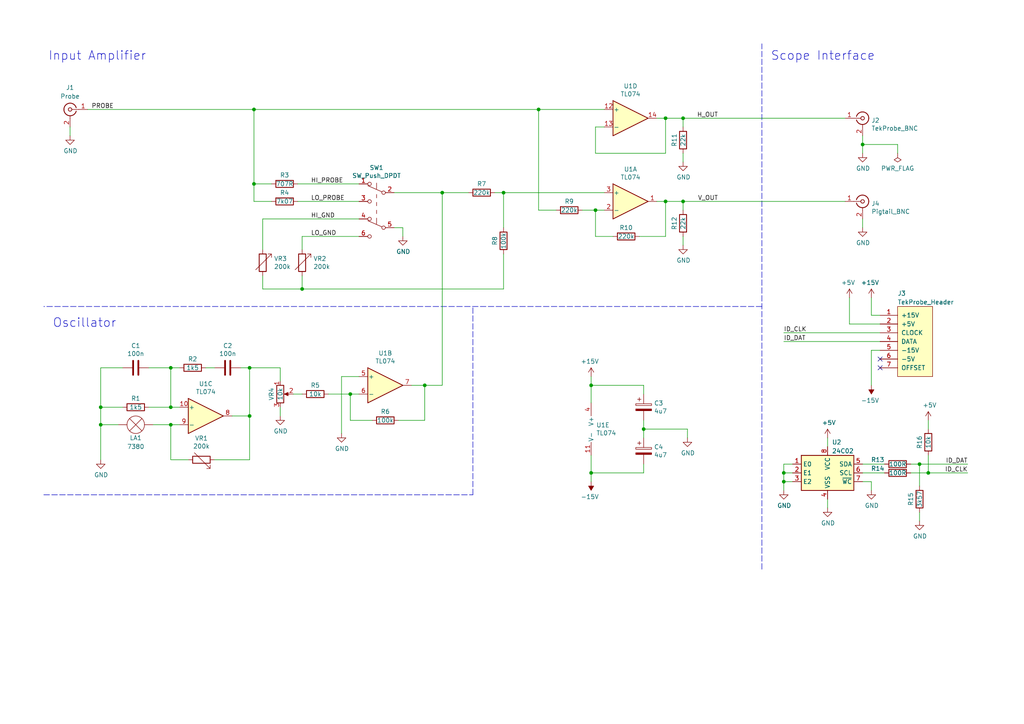
<source format=kicad_sch>
(kicad_sch (version 20211123) (generator eeschema)
  (paper "A4")
  (lib_symbols
    (symbol "Amplifier_Operational:TL074" (pin_names (offset 0.127))
      (property "Reference" "U" (at 0 5.08 0))
      (property "Value" "TL074" (at 0 -5.08 0))
      (symbol "TL074_1_1"
        (polyline (pts (xy -5.08 5.08) (xy 5.08 0) (xy -5.08 -5.08) (xy -5.08 5.08)) (stroke (width 0.254)) (fill (type background)))
        (pin output line (at 7.62 0 180) (length 2.54) (name "~") (number "1"))
        (pin input line (at -7.62 -2.54 0) (length 2.54) (name "-") (number "2"))
        (pin input line (at -7.62 2.54 0) (length 2.54) (name "+") (number "3"))
      )
      (symbol "TL074_2_1"
        (polyline (pts (xy -5.08 5.08) (xy 5.08 0) (xy -5.08 -5.08) (xy -5.08 5.08)) (stroke (width 0.254)) (fill (type background)))
        (pin input line (at -7.62 2.54 0) (length 2.54) (name "+") (number "5"))
        (pin input line (at -7.62 -2.54 0) (length 2.54) (name "-") (number "6"))
        (pin output line (at 7.62 0 180) (length 2.54) (name "~") (number "7"))
      )
      (symbol "TL074_3_1"
        (polyline (pts (xy -5.08 5.08) (xy 5.08 0) (xy -5.08 -5.08) (xy -5.08 5.08)) (stroke (width 0.254)) (fill (type background)))
        (pin input line (at -7.62 2.54 0) (length 2.54) (name "+") (number "10"))
        (pin output line (at 7.62 0 180) (length 2.54) (name "~") (number "8"))
        (pin input line (at -7.62 -2.54 0) (length 2.54) (name "-") (number "9"))
      )
      (symbol "TL074_4_1"
        (polyline (pts (xy -5.08 5.08) (xy 5.08 0) (xy -5.08 -5.08) (xy -5.08 5.08)) (stroke (width 0.254)) (fill (type background)))
        (pin input line (at -7.62 2.54 0) (length 2.54) (name "+") (number "12"))
        (pin input line (at -7.62 -2.54 0) (length 2.54) (name "-") (number "13"))
        (pin output line (at 7.62 0 180) (length 2.54) (name "~") (number "14"))
      )
      (symbol "TL074_5_1"
        (pin power_in line (at -2.54 -7.62 90) (length 3.81) (name "V-") (number "11"))
        (pin power_in line (at -2.54 7.62 270) (length 3.81) (name "V+") (number "4"))
      )
    )
    (symbol "Connector:Conn_Coaxial" (pin_names (offset 1.016) hide)
      (property "Reference" "J" (at 0.254 3.048 0))
      (property "Value" "Conn_Coaxial" (at 2.921 0 90))
      (symbol "Conn_Coaxial_0_1"
        (arc (start -1.778 -0.508) (mid 0.222 -1.808) (end 1.778 0) (stroke (width 0.254)))
        (polyline (pts (xy -2.54 0) (xy -0.508 0)))
        (polyline (pts (xy 0 -2.54) (xy 0 -1.778)))
        (circle (center 0 0) (radius 0.508) (stroke (width 0.2032)))
        (arc (start 1.778 0) (mid 0.222 1.8083) (end -1.778 0.508) (stroke (width 0.254)))
      )
      (symbol "Conn_Coaxial_1_1"
        (pin passive line (at -5.08 0 0) (length 2.54) (name "In") (number "1"))
        (pin passive line (at 0 -5.08 90) (length 2.54) (name "Ext") (number "2"))
      )
    )
    (symbol "Device:C" (pin_numbers hide) (pin_names (offset 0.254))
      (property "Reference" "C" (at 0.635 2.54 0))
      (property "Value" "C" (at 0.635 -2.54 0))
      (symbol "C_0_1"
        (polyline (pts (xy -2.032 -0.762) (xy 2.032 -0.762)) (stroke (width 0.508)))
        (polyline (pts (xy -2.032 0.762) (xy 2.032 0.762)) (stroke (width 0.508)))
      )
      (symbol "C_1_1"
        (pin passive line (at 0 3.81 270) (length 2.794) (name "~") (number "1"))
        (pin passive line (at 0 -3.81 90) (length 2.794) (name "~") (number "2"))
      )
    )
    (symbol "Device:C_Polarized" (pin_numbers hide) (pin_names (offset 0.254))
      (property "Reference" "C" (at 0.635 2.54 0))
      (property "Value" "C_Polarized" (at 0.635 -2.54 0))
      (symbol "C_Polarized_0_1"
        (rectangle (start -2.286 0.508) (end 2.286 1.016))
        (polyline (pts (xy -1.778 2.286) (xy -0.762 2.286)))
        (polyline (pts (xy -1.27 2.794) (xy -1.27 1.778)))
        (rectangle (start 2.286 -0.508) (end -2.286 -1.016) (fill (type outline)))
      )
      (symbol "C_Polarized_1_1"
        (pin passive line (at 0 3.81 270) (length 2.794) (name "~") (number "1"))
        (pin passive line (at 0 -3.81 90) (length 2.794) (name "~") (number "2"))
      )
    )
    (symbol "Device:Lamp" (pin_numbers hide) (pin_names (offset 0.0254) hide)
      (property "Reference" "LA" (at 0.635 3.81 0))
      (property "Value" "Lamp" (at 0.635 -3.81 0))
      (symbol "Lamp_0_1"
        (polyline (pts (xy -1.778 1.778) (xy 1.778 -1.778)))
        (polyline (pts (xy 1.778 1.778) (xy -1.778 -1.778)))
        (circle (center 0 0) (radius 2.54))
      )
      (symbol "Lamp_1_1"
        (pin passive line (at 0 -5.08 90) (length 2.54) (name "-") (number "1"))
        (pin passive line (at 0 5.08 270) (length 2.54) (name "+") (number "2"))
      )
    )
    (symbol "Device:R" (pin_numbers hide) (pin_names (offset 0))
      (property "Reference" "R" (at 2.032 0 90))
      (property "Value" "R" (at 0 0 90))
      (symbol "R_0_1"
        (rectangle (start -1.016 -2.54) (end 1.016 2.54) (stroke (width 0.254)))
      )
      (symbol "R_1_1"
        (pin passive line (at 0 3.81 270) (length 1.27) (name "~") (number "1"))
        (pin passive line (at 0 -3.81 90) (length 1.27) (name "~") (number "2"))
      )
    )
    (symbol "Device:R_Potentiometer" (pin_names (offset 1.016) hide)
      (property "Reference" "RV" (at -4.445 0 90))
      (property "Value" "R_Potentiometer" (at -2.54 0 90))
      (symbol "R_Potentiometer_0_1"
        (polyline (pts (xy 2.54 0) (xy 1.524 0)))
        (polyline (pts (xy 1.143 0) (xy 2.286 0.508) (xy 2.286 -0.508) (xy 1.143 0)) (fill (type outline)))
        (rectangle (start 1.016 2.54) (end -1.016 -2.54) (stroke (width 0.254)))
      )
      (symbol "R_Potentiometer_1_1"
        (pin passive line (at 0 3.81 270) (length 1.27) (name "1") (number "1"))
        (pin passive line (at 3.81 0 180) (length 1.27) (name "2") (number "2"))
        (pin passive line (at 0 -3.81 90) (length 1.27) (name "3") (number "3"))
      )
    )
    (symbol "Device:R_Variable" (pin_numbers hide) (pin_names (offset 0))
      (property "Reference" "R" (at 2.54 -2.54 90))
      (property "Value" "R_Variable" (at -2.54 -1.27 90))
      (symbol "R_Variable_0_1"
        (rectangle (start -1.016 -2.54) (end 1.016 2.54) (stroke (width 0.254)))
        (polyline (pts (xy 2.54 1.524) (xy 2.54 2.54) (xy 1.524 2.54) (xy 2.54 2.54) (xy -2.032 -2.032)))
      )
      (symbol "R_Variable_1_1"
        (pin passive line (at 0 3.81 270) (length 1.27) (name "~") (number "1"))
        (pin passive line (at 0 -3.81 90) (length 1.27) (name "~") (number "2"))
      )
    )
    (symbol "Memory_EEPROM:M24C02-FMN"
      (property "Reference" "U" (at -6.35 6.35 0))
      (property "Value" "M24C02-FMN" (at 7.62 6.35 0))
      (symbol "M24C02-FMN_0_1"
        (rectangle (start -7.62 5.08) (end 7.62 -5.08) (stroke (width 0.254)) (fill (type background)))
      )
      (symbol "M24C02-FMN_1_1"
        (pin input line (at -10.16 2.54 0) (length 2.54) (name "E0") (number "1"))
        (pin input line (at -10.16 0 0) (length 2.54) (name "E1") (number "2"))
        (pin input line (at -10.16 -2.54 0) (length 2.54) (name "E2") (number "3"))
        (pin power_in line (at 0 -7.62 90) (length 2.54) (name "VSS") (number "4"))
        (pin bidirectional line (at 10.16 2.54 180) (length 2.54) (name "SDA") (number "5"))
        (pin input line (at 10.16 0 180) (length 2.54) (name "SCL") (number "6"))
        (pin input line (at 10.16 -2.54 180) (length 2.54) (name "~{WC}") (number "7"))
        (pin power_in line (at 0 7.62 270) (length 2.54) (name "VCC") (number "8"))
      )
    )
    (symbol "Switch:SW_Push_DPDT" (pin_names (offset 0) hide)
      (property "Reference" "SW" (at 0 8.89 0))
      (property "Value" "SW_Push_DPDT" (at 0 -10.16 0))
      (symbol "SW_Push_DPDT_0_0"
        (circle (center -2.032 -5.08) (radius 0.508))
        (circle (center -2.032 5.08) (radius 0.508))
        (circle (center 2.032 -7.62) (radius 0.508))
        (circle (center 2.032 2.54) (radius 0.508))
      )
      (symbol "SW_Push_DPDT_0_1"
        (polyline (pts (xy -1.524 -4.826) (xy 2.54 -3.048)))
        (polyline (pts (xy -1.524 5.334) (xy 2.54 7.112)))
        (polyline (pts (xy 0 -2.286) (xy 0 -4.064)))
        (polyline (pts (xy 0 -1.016) (xy 0 0)))
        (polyline (pts (xy 0 1.27) (xy 0 2.286)))
        (polyline (pts (xy 0 3.556) (xy 0 4.572)))
        (polyline (pts (xy 0 7.874) (xy 0 6.096)))
        (circle (center 2.032 -2.54) (radius 0.508))
        (circle (center 2.032 7.62) (radius 0.508))
      )
      (symbol "SW_Push_DPDT_1_1"
        (pin passive line (at 5.08 7.62 180) (length 2.54) (name "A") (number "1"))
        (pin passive line (at -5.08 5.08 0) (length 2.54) (name "B") (number "2"))
        (pin passive line (at 5.08 2.54 180) (length 2.54) (name "C") (number "3"))
        (pin passive line (at 5.08 -2.54 180) (length 2.54) (name "A") (number "4"))
        (pin passive line (at -5.08 -5.08 0) (length 2.54) (name "B") (number "5"))
        (pin passive line (at 5.08 -7.62 180) (length 2.54) (name "C") (number "6"))
      )
    )
    (symbol "local:TekProbe_Header" (pin_names (offset 1.016))
      (property "Reference" "J" (at 0 -12.7 0))
      (property "Value" "TekProbe_Header" (at 0 12.7 0))
      (symbol "TekProbe_Header_0_1"
        (rectangle (start 5.08 10.16) (end -5.08 -10.16) (fill (type background)))
      )
      (symbol "TekProbe_Header_1_1"
        (pin power_in line (at -10.16 7.62 0) (length 5.08) (name "+15V") (number "1"))
        (pin power_in line (at -10.16 5.08 0) (length 5.08) (name "+5V") (number "2"))
        (pin input line (at -10.16 2.54 0) (length 5.08) (name "CLOCK") (number "3"))
        (pin bidirectional line (at -10.16 0 0) (length 5.08) (name "DATA") (number "4"))
        (pin power_in line (at -10.16 -2.54 0) (length 5.08) (name "-15V") (number "5"))
        (pin power_in line (at -10.16 -5.08 0) (length 5.08) (name "-5V") (number "6"))
        (pin input line (at -10.16 -7.62 0) (length 5.08) (name "OFFSET") (number "7"))
      )
    )
    (symbol "power:+15V" (power) (pin_names (offset 0))
      (property "Value" "+15V" (at 0 3.556 0))
      (symbol "+15V_0_1"
        (polyline (pts (xy -0.762 1.27) (xy 0 2.54)))
        (polyline (pts (xy 0 0) (xy 0 2.54)))
        (polyline (pts (xy 0 2.54) (xy 0.762 1.27)))
      )
      (symbol "+15V_1_1"
        (pin power_in line (at 0 0 90) (length 0) hide (name "+15V") (number "1"))
      )
    )
    (symbol "power:+5V" (power) (pin_names (offset 0))
      (property "Value" "+5V" (at 0 3.556 0))
      (symbol "+5V_0_1"
        (polyline (pts (xy -0.762 1.27) (xy 0 2.54)))
        (polyline (pts (xy 0 0) (xy 0 2.54)))
        (polyline (pts (xy 0 2.54) (xy 0.762 1.27)))
      )
      (symbol "+5V_1_1"
        (pin power_in line (at 0 0 90) (length 0) hide (name "+5V") (number "1"))
      )
    )
    (symbol "power:-15V" (power) (pin_names (offset 0))
      (property "Value" "-15V" (at 0 3.81 0))
      (symbol "-15V_0_0"
        (pin power_in line (at 0 0 90) (length 0) hide (name "-15V") (number "1"))
      )
      (symbol "-15V_0_1"
        (polyline (pts (xy 0 0) (xy 0 1.27) (xy 0.762 1.27) (xy 0 2.54) (xy -0.762 1.27) (xy 0 1.27)) (fill (type outline)))
      )
    )
    (symbol "power:GND" (power) (pin_names (offset 0))
      (property "Value" "GND" (at 0 -3.81 0))
      (symbol "GND_0_1"
        (polyline (pts (xy 0 0) (xy 0 -1.27) (xy 1.27 -1.27) (xy 0 -2.54) (xy -1.27 -1.27) (xy 0 -1.27)))
      )
      (symbol "GND_1_1"
        (pin power_in line (at 0 0 270) (length 0) hide (name "GND") (number "1"))
      )
    )
    (symbol "power:PWR_FLAG" (power) (pin_numbers hide) (pin_names (offset 0) hide)
      (property "Value" "PWR_FLAG" (at 0 3.81 0))
      (symbol "PWR_FLAG_0_0"
        (pin power_out line (at 0 0 90) (length 0) (name "pwr") (number "1"))
      )
      (symbol "PWR_FLAG_0_1"
        (polyline (pts (xy 0 0) (xy 0 1.27) (xy -1.016 1.905) (xy 0 2.54) (xy 1.016 1.905) (xy 0 1.27)))
      )
    )
  )
  (junction (at 49.53 123.19))
  (junction (at 156.21 31.75))
  (junction (at 198.12 34.29))
  (junction (at 198.12 58.42))
  (junction (at 29.21 118.11))
  (junction (at 87.63 83.82))
  (junction (at 171.45 137.16))
  (junction (at 146.05 55.88))
  (junction (at 266.7 134.62))
  (junction (at 49.53 118.11))
  (junction (at 49.53 106.68))
  (junction (at 128.27 55.88))
  (junction (at 193.04 34.29))
  (junction (at 72.39 106.68))
  (junction (at 73.66 31.75))
  (junction (at 73.66 53.34))
  (junction (at 123.19 111.76))
  (junction (at 250.19 41.91))
  (junction (at 72.39 120.65))
  (junction (at 269.24 137.16))
  (junction (at 171.45 111.76))
  (junction (at 101.6 114.3))
  (junction (at 29.21 123.19))
  (junction (at 172.72 60.96))
  (junction (at 227.33 137.16))
  (junction (at 227.33 139.7))
  (junction (at 193.04 58.42))
  (junction (at 186.69 124.46))
  (no_connect (at 255.27 104.14))
  (no_connect (at 255.27 106.68))
  (wire (pts (xy 73.66 31.75) (xy 25.4 31.75)))
  (wire (pts (xy 269.24 137.16) (xy 269.24 132.08)))
  (wire (pts (xy 186.69 134.62) (xy 186.69 137.16)))
  (wire (pts (xy 76.2 63.5) (xy 76.2 72.39)))
  (wire (pts (xy 99.06 109.22) (xy 99.06 125.73)))
  (wire (pts (xy 43.18 118.11) (xy 49.53 118.11)))
  (wire (pts (xy 171.45 132.08) (xy 171.45 137.16)))
  (wire (pts (xy 193.04 44.45) (xy 193.04 34.29)))
  (wire (pts (xy 186.69 137.16) (xy 171.45 137.16)))
  (wire (pts (xy 81.28 118.11) (xy 81.28 120.65)))
  (wire (pts (xy 269.24 124.46) (xy 269.24 121.92)))
  (wire (pts (xy 104.14 63.5) (xy 76.2 63.5)))
  (wire (pts (xy 86.36 53.34) (xy 104.14 53.34)))
  (wire (pts (xy 266.7 134.62) (xy 266.7 140.97)))
  (wire (pts (xy 101.6 121.92) (xy 101.6 114.3)))
  (wire (pts (xy 116.84 66.04) (xy 116.84 68.58)))
  (wire (pts (xy 49.53 106.68) (xy 49.53 118.11)))
  (wire (pts (xy 85.09 114.3) (xy 87.63 114.3)))
  (wire (pts (xy 128.27 111.76) (xy 123.19 111.76)))
  (wire (pts (xy 266.7 148.59) (xy 266.7 151.13)))
  (wire (pts (xy 250.19 63.5) (xy 250.19 66.04)))
  (wire (pts (xy 240.03 147.32) (xy 240.03 144.78)))
  (wire (pts (xy 185.42 68.58) (xy 193.04 68.58)))
  (wire (pts (xy 252.73 91.44) (xy 252.73 86.36)))
  (wire (pts (xy 43.18 106.68) (xy 49.53 106.68)))
  (wire (pts (xy 29.21 118.11) (xy 35.56 118.11)))
  (wire (pts (xy 198.12 34.29) (xy 245.11 34.29)))
  (wire (pts (xy 86.36 58.42) (xy 104.14 58.42)))
  (wire (pts (xy 227.33 134.62) (xy 229.87 134.62)))
  (wire (pts (xy 104.14 68.58) (xy 87.63 68.58)))
  (wire (pts (xy 104.14 109.22) (xy 99.06 109.22)))
  (wire (pts (xy 172.72 68.58) (xy 172.72 60.96)))
  (wire (pts (xy 255.27 99.06) (xy 227.33 99.06)))
  (wire (pts (xy 156.21 31.75) (xy 73.66 31.75)))
  (wire (pts (xy 255.27 101.6) (xy 252.73 101.6)))
  (wire (pts (xy 76.2 83.82) (xy 87.63 83.82)))
  (wire (pts (xy 172.72 60.96) (xy 175.26 60.96)))
  (wire (pts (xy 264.16 137.16) (xy 269.24 137.16)))
  (wire (pts (xy 250.19 139.7) (xy 252.73 139.7)))
  (wire (pts (xy 69.85 106.68) (xy 72.39 106.68)))
  (wire (pts (xy 76.2 80.01) (xy 76.2 83.82)))
  (wire (pts (xy 198.12 58.42) (xy 245.11 58.42)))
  (wire (pts (xy 156.21 60.96) (xy 156.21 31.75)))
  (wire (pts (xy 246.38 93.98) (xy 246.38 86.36)))
  (wire (pts (xy 269.24 137.16) (xy 280.67 137.16)))
  (wire (pts (xy 255.27 93.98) (xy 246.38 93.98)))
  (wire (pts (xy 175.26 31.75) (xy 156.21 31.75)))
  (wire (pts (xy 87.63 80.01) (xy 87.63 83.82)))
  (wire (pts (xy 146.05 66.04) (xy 146.05 55.88)))
  (wire (pts (xy 250.19 137.16) (xy 256.54 137.16)))
  (wire (pts (xy 250.19 134.62) (xy 256.54 134.62)))
  (wire (pts (xy 128.27 55.88) (xy 128.27 111.76)))
  (wire (pts (xy 255.27 96.52) (xy 227.33 96.52)))
  (wire (pts (xy 81.28 106.68) (xy 72.39 106.68)))
  (wire (pts (xy 198.12 36.83) (xy 198.12 34.29)))
  (wire (pts (xy 186.69 124.46) (xy 199.39 124.46)))
  (wire (pts (xy 175.26 36.83) (xy 172.72 36.83)))
  (wire (pts (xy 114.3 55.88) (xy 128.27 55.88)))
  (wire (pts (xy 34.29 123.19) (xy 29.21 123.19)))
  (wire (pts (xy 193.04 58.42) (xy 198.12 58.42)))
  (polyline (pts (xy 220.98 165.1) (xy 220.98 12.7)))
  (wire (pts (xy 115.57 121.92) (xy 123.19 121.92)))
  (wire (pts (xy 87.63 83.82) (xy 146.05 83.82)))
  (wire (pts (xy 73.66 58.42) (xy 73.66 53.34)))
  (wire (pts (xy 227.33 139.7) (xy 227.33 142.24)))
  (wire (pts (xy 171.45 109.22) (xy 171.45 111.76)))
  (wire (pts (xy 95.25 114.3) (xy 101.6 114.3)))
  (polyline (pts (xy 12.7 143.51) (xy 137.16 143.51)))
  (wire (pts (xy 161.29 60.96) (xy 156.21 60.96)))
  (wire (pts (xy 260.35 44.45) (xy 260.35 41.91)))
  (wire (pts (xy 107.95 121.92) (xy 101.6 121.92)))
  (wire (pts (xy 78.74 58.42) (xy 73.66 58.42)))
  (wire (pts (xy 186.69 114.3) (xy 186.69 111.76)))
  (polyline (pts (xy 220.98 88.9) (xy 12.7 88.9)))
  (wire (pts (xy 123.19 111.76) (xy 119.38 111.76)))
  (wire (pts (xy 123.19 121.92) (xy 123.19 111.76)))
  (wire (pts (xy 49.53 118.11) (xy 52.07 118.11)))
  (wire (pts (xy 186.69 124.46) (xy 186.69 121.92)))
  (wire (pts (xy 229.87 137.16) (xy 227.33 137.16)))
  (wire (pts (xy 62.23 133.35) (xy 72.39 133.35)))
  (wire (pts (xy 128.27 55.88) (xy 135.89 55.88)))
  (wire (pts (xy 49.53 123.19) (xy 49.53 133.35)))
  (wire (pts (xy 59.69 106.68) (xy 62.23 106.68)))
  (wire (pts (xy 87.63 68.58) (xy 87.63 72.39)))
  (wire (pts (xy 171.45 111.76) (xy 186.69 111.76)))
  (wire (pts (xy 172.72 36.83) (xy 172.72 44.45)))
  (wire (pts (xy 73.66 53.34) (xy 73.66 31.75)))
  (wire (pts (xy 240.03 129.54) (xy 240.03 127)))
  (wire (pts (xy 198.12 44.45) (xy 198.12 46.99)))
  (wire (pts (xy 199.39 124.46) (xy 199.39 127)))
  (wire (pts (xy 260.35 41.91) (xy 250.19 41.91)))
  (wire (pts (xy 250.19 39.37) (xy 250.19 41.91)))
  (wire (pts (xy 72.39 106.68) (xy 72.39 120.65)))
  (wire (pts (xy 52.07 123.19) (xy 49.53 123.19)))
  (wire (pts (xy 143.51 55.88) (xy 146.05 55.88)))
  (wire (pts (xy 146.05 83.82) (xy 146.05 73.66)))
  (wire (pts (xy 101.6 114.3) (xy 104.14 114.3)))
  (wire (pts (xy 177.8 68.58) (xy 172.72 68.58)))
  (wire (pts (xy 171.45 111.76) (xy 171.45 116.84)))
  (wire (pts (xy 172.72 44.45) (xy 193.04 44.45)))
  (wire (pts (xy 229.87 139.7) (xy 227.33 139.7)))
  (wire (pts (xy 198.12 60.96) (xy 198.12 58.42)))
  (wire (pts (xy 78.74 53.34) (xy 73.66 53.34)))
  (wire (pts (xy 72.39 133.35) (xy 72.39 120.65)))
  (wire (pts (xy 171.45 137.16) (xy 171.45 139.7)))
  (wire (pts (xy 114.3 66.04) (xy 116.84 66.04)))
  (wire (pts (xy 29.21 118.11) (xy 29.21 106.68)))
  (wire (pts (xy 146.05 55.88) (xy 175.26 55.88)))
  (wire (pts (xy 264.16 134.62) (xy 266.7 134.62)))
  (wire (pts (xy 29.21 106.68) (xy 35.56 106.68)))
  (wire (pts (xy 190.5 34.29) (xy 193.04 34.29)))
  (wire (pts (xy 193.04 68.58) (xy 193.04 58.42)))
  (wire (pts (xy 198.12 68.58) (xy 198.12 71.12)))
  (wire (pts (xy 186.69 124.46) (xy 186.69 127)))
  (wire (pts (xy 81.28 110.49) (xy 81.28 106.68)))
  (polyline (pts (xy 137.16 143.51) (xy 137.16 88.9)))
  (wire (pts (xy 29.21 123.19) (xy 29.21 118.11)))
  (wire (pts (xy 72.39 120.65) (xy 67.31 120.65)))
  (wire (pts (xy 29.21 123.19) (xy 29.21 133.35)))
  (wire (pts (xy 44.45 123.19) (xy 49.53 123.19)))
  (wire (pts (xy 266.7 134.62) (xy 280.67 134.62)))
  (wire (pts (xy 227.33 137.16) (xy 227.33 134.62)))
  (wire (pts (xy 20.32 36.83) (xy 20.32 39.37)))
  (wire (pts (xy 250.19 41.91) (xy 250.19 44.45)))
  (wire (pts (xy 252.73 139.7) (xy 252.73 142.24)))
  (wire (pts (xy 252.73 101.6) (xy 252.73 111.76)))
  (wire (pts (xy 255.27 91.44) (xy 252.73 91.44)))
  (wire (pts (xy 190.5 58.42) (xy 193.04 58.42)))
  (wire (pts (xy 168.91 60.96) (xy 172.72 60.96)))
  (wire (pts (xy 49.53 133.35) (xy 54.61 133.35)))
  (wire (pts (xy 227.33 139.7) (xy 227.33 137.16)))
  (wire (pts (xy 49.53 106.68) (xy 52.07 106.68)))
  (wire (pts (xy 193.04 34.29) (xy 198.12 34.29)))
  (text "Oscillator" (at 15.24 95.25 0) (effects (font (size 2.54 2.54)) (justify left bottom)))
  (text "Scope Interface" (at 223.52 17.78 0) (effects (font (size 2.54 2.54)) (justify left bottom)))
  (text "Input Amplifier" (at 13.97 17.78 0) (effects (font (size 2.54 2.54)) (justify left bottom)))
  (label "HI_PROBE" (at 90.17 53.34 0))
  (label "V_OUT" (at 208.28 58.42 180))
  (label "ID_CLK" (at 227.33 96.52 0))
  (label "H_OUT" (at 208.28 34.29 180))
  (label "ID_CLK" (at 280.67 137.16 180))
  (label "LO_GND" (at 90.17 68.58 0))
  (label "PROBE" (at 33.02 31.75 180))
  (label "LO_PROBE" (at 90.17 58.42 0))
  (label "HI_GND" (at 90.17 63.5 0))
  (label "ID_DAT" (at 227.33 99.06 0))
  (label "ID_DAT" (at 280.67 134.62 180))
  (symbol (lib_id "local:TekProbe_Header") (at 265.43 99.06 0) (unit 1)
    (property "Reference" "J3" (at 260.35 85.09 0) (effects (justify left)))
    (property "Value" "TekProbe_Header" (at 260.35 87.63 0) (effects (justify left)))
    (property "Footprint" "Connector_PinHeader_1.27mm:PinHeader_1x07_P1.27mm_Vertical" (effects hide))
  )
  (symbol (lib_id "power:+15V") (at 252.73 86.36 0) (mirror y) (unit 1)
    (property "Reference" "#PWR017" (effects hide))
    (property "Value" "+15V" (at 252.349 81.9658 0))
  )
  (symbol (lib_id "power:-15V") (at 252.73 111.76 180) (unit 1)
    (property "Reference" "#PWR018" (effects hide))
    (property "Value" "-15V" (at 252.349 116.1542 0))
  )
  (symbol (lib_id "Memory_EEPROM:M24C02-FMN") (at 240.03 137.16 0) (unit 1)
    (property "Reference" "U2" (at 241.3 128.27 0) (effects (justify left)))
    (property "Value" "24C02" (at 241.3 130.81 0) (effects (justify left)))
    (property "Footprint" "Package_SO:SOIC-8_3.9x4.9mm_P1.27mm" (effects hide))
    (property "Datasheet" "http://www.st.com/content/ccc/resource/technical/document/datasheet/b0/d8/50/40/5a/85/49/6f/DM00071904.pdf/files/DM00071904.pdf/jcr:content/translations/en.DM00071904.pdf" (effects hide))
  )
  (symbol (lib_id "power:GND") (at 227.33 142.24 0) (unit 1)
    (property "Reference" "#PWR011" (effects hide))
    (property "Value" "GND" (at 227.457 146.6342 0))
  )
  (symbol (lib_id "power:GND") (at 240.03 147.32 0) (unit 1)
    (property "Reference" "#PWR013" (effects hide))
    (property "Value" "GND" (at 240.157 151.7142 0))
  )
  (symbol (lib_id "power:+5V") (at 246.38 86.36 0) (mirror y) (unit 1)
    (property "Reference" "#PWR014" (effects hide))
    (property "Value" "+5V" (at 245.999 81.9658 0))
  )
  (symbol (lib_id "power:+5V") (at 240.03 127 0) (unit 1)
    (property "Reference" "#PWR012" (effects hide))
    (property "Value" "+5V" (at 240.411 122.6058 0))
  )
  (symbol (lib_id "Device:R") (at 260.35 134.62 270) (unit 1)
    (property "Reference" "R13" (at 256.54 133.35 90) (effects (justify right)))
    (property "Value" "100R" (at 260.35 134.62 90))
    (property "Footprint" "Resistor_SMD:R_0402_1005Metric" (effects hide))
  )
  (symbol (lib_id "Device:R") (at 260.35 137.16 270) (unit 1)
    (property "Reference" "R14" (at 256.54 135.89 90) (effects (justify right)))
    (property "Value" "100R" (at 260.35 137.16 90))
    (property "Footprint" "Resistor_SMD:R_0402_1005Metric" (effects hide))
  )
  (symbol (lib_id "Device:R") (at 266.7 144.78 0) (unit 1)
    (property "Reference" "R15" (at 264.16 144.78 90))
    (property "Value" "3k57" (at 266.7 144.78 90))
    (property "Footprint" "Resistor_SMD:R_0402_1005Metric" (effects hide))
  )
  (symbol (lib_id "Device:R") (at 269.24 128.27 0) (unit 1)
    (property "Reference" "R16" (at 266.7 128.27 90))
    (property "Value" "10k" (at 269.24 128.27 90))
    (property "Footprint" "Resistor_SMD:R_0402_1005Metric" (effects hide))
  )
  (symbol (lib_id "power:GND") (at 266.7 151.13 0) (unit 1)
    (property "Reference" "#PWR020" (effects hide))
    (property "Value" "GND" (at 266.827 155.5242 0))
  )
  (symbol (lib_id "power:+5V") (at 269.24 121.92 0) (unit 1)
    (property "Reference" "#PWR021" (effects hide))
    (property "Value" "+5V" (at 269.621 117.5258 0))
  )
  (symbol (lib_id "power:GND") (at 252.73 142.24 0) (unit 1)
    (property "Reference" "#PWR019" (effects hide))
    (property "Value" "GND" (at 252.857 146.6342 0))
  )
  (symbol (lib_id "Connector:Conn_Coaxial") (at 20.32 31.75 0) (mirror y) (unit 1)
    (property "Reference" "J1" (at 20.32 25.4 0))
    (property "Value" "Probe" (at 20.32 27.94 0))
    (property "Footprint" "Connector_Coaxial:U.FL_Hirose_U.FL-R-SMT-1_Vertical" (effects hide))
    (property "Datasheet" " ~" (effects hide))
  )
  (symbol (lib_id "power:GND") (at 250.19 44.45 0) (unit 1)
    (property "Reference" "#PWR015" (effects hide))
    (property "Value" "GND" (at 250.317 48.8442 0))
  )
  (symbol (lib_id "power:PWR_FLAG") (at 260.35 44.45 180) (unit 1)
    (property "Reference" "#FLG01" (effects hide))
    (property "Value" "PWR_FLAG" (at 260.35 48.8442 0))
  )
  (symbol (lib_id "power:GND") (at 20.32 39.37 0) (unit 1)
    (property "Reference" "#PWR01" (effects hide))
    (property "Value" "GND" (at 20.447 43.7642 0))
  )
  (symbol (lib_id "Amplifier_Operational:TL074") (at 182.88 34.29 0) (unit 4)
    (property "Reference" "U1" (at 182.88 24.9682 0))
    (property "Value" "TL074" (at 182.88 27.2796 0))
    (property "Footprint" "Package_SO:SOIC-14_3.9x8.7mm_P1.27mm" (effects hide))
    (property "Datasheet" "http://www.ti.com/lit/ds/symlink/tl071.pdf" (effects hide))
  )
  (symbol (lib_id "Amplifier_Operational:TL074") (at 173.99 124.46 0) (unit 5)
    (property "Reference" "U1" (at 172.9232 123.2916 0) (effects (justify left)))
    (property "Value" "TL074" (at 172.9232 125.603 0) (effects (justify left)))
    (property "Footprint" "Package_SO:SOIC-14_3.9x8.7mm_P1.27mm" (effects hide))
    (property "Datasheet" "http://www.ti.com/lit/ds/symlink/tl071.pdf" (effects hide))
  )
  (symbol (lib_id "power:+15V") (at 171.45 109.22 0) (mirror y) (unit 1)
    (property "Reference" "#PWR06" (effects hide))
    (property "Value" "+15V" (at 171.069 104.8258 0))
  )
  (symbol (lib_id "power:-15V") (at 171.45 139.7 180) (unit 1)
    (property "Reference" "#PWR07" (effects hide))
    (property "Value" "-15V" (at 171.069 144.0942 0))
  )
  (symbol (lib_id "Connector:Conn_Coaxial") (at 250.19 34.29 0) (unit 1)
    (property "Reference" "J2" (at 252.73 34.925 0) (effects (justify left)))
    (property "Value" "TekProbe_BNC" (at 252.73 37.2364 0) (effects (justify left)))
    (property "Footprint" "Connector_Coaxial:U.FL_Hirose_U.FL-R-SMT-1_Vertical" (effects hide))
    (property "Datasheet" " ~" (effects hide))
  )
  (symbol (lib_id "power:GND") (at 250.19 66.04 0) (unit 1)
    (property "Reference" "#PWR016" (effects hide))
    (property "Value" "GND" (at 250.317 70.4342 0))
  )
  (symbol (lib_id "Connector:Conn_Coaxial") (at 250.19 58.42 0) (unit 1)
    (property "Reference" "J4" (at 252.73 59.055 0) (effects (justify left)))
    (property "Value" "Pigtail_BNC" (at 252.73 61.3664 0) (effects (justify left)))
    (property "Footprint" "Connector_Coaxial:U.FL_Hirose_U.FL-R-SMT-1_Vertical" (effects hide))
    (property "Datasheet" " ~" (effects hide))
  )
  (symbol (lib_id "Amplifier_Operational:TL074") (at 182.88 58.42 0) (unit 1)
    (property "Reference" "U1" (at 182.88 49.0982 0))
    (property "Value" "TL074" (at 182.88 51.4096 0))
    (property "Footprint" "Package_SO:SOIC-14_3.9x8.7mm_P1.27mm" (effects hide))
    (property "Datasheet" "http://www.ti.com/lit/ds/symlink/tl071.pdf" (effects hide))
  )
  (symbol (lib_id "Device:R") (at 181.61 68.58 270) (unit 1)
    (property "Reference" "R10" (at 181.61 66.04 90))
    (property "Value" "220k" (at 181.61 68.58 90))
    (property "Footprint" "Resistor_SMD:R_0402_1005Metric" (effects hide))
  )
  (symbol (lib_id "Device:R") (at 198.12 40.64 0) (unit 1)
    (property "Reference" "R11" (at 195.58 40.64 90))
    (property "Value" "22k" (at 198.12 40.64 90))
    (property "Footprint" "Resistor_SMD:R_0402_1005Metric" (effects hide))
  )
  (symbol (lib_id "power:GND") (at 198.12 46.99 0) (unit 1)
    (property "Reference" "#PWR08" (effects hide))
    (property "Value" "GND" (at 198.247 51.3842 0))
  )
  (symbol (lib_id "Device:R") (at 198.12 64.77 0) (unit 1)
    (property "Reference" "R12" (at 195.58 64.77 90))
    (property "Value" "22k" (at 198.12 64.77 90))
    (property "Footprint" "Resistor_SMD:R_0402_1005Metric" (effects hide))
  )
  (symbol (lib_id "power:GND") (at 198.12 71.12 0) (unit 1)
    (property "Reference" "#PWR09" (effects hide))
    (property "Value" "GND" (at 198.247 75.5142 0))
  )
  (symbol (lib_id "Device:R") (at 165.1 60.96 270) (unit 1)
    (property "Reference" "R9" (at 165.1 58.42 90))
    (property "Value" "220k" (at 165.1 60.96 90))
    (property "Footprint" "Resistor_SMD:R_0402_1005Metric" (effects hide))
  )
  (symbol (lib_id "Device:R") (at 139.7 55.88 270) (unit 1)
    (property "Reference" "R7" (at 139.7 53.34 90))
    (property "Value" "220k" (at 139.7 55.88 90))
    (property "Footprint" "Resistor_SMD:R_0402_1005Metric" (effects hide))
  )
  (symbol (lib_id "Switch:SW_Push_DPDT") (at 109.22 60.96 0) (mirror y) (unit 1)
    (property "Reference" "SW1" (at 109.22 48.641 0))
    (property "Value" "SW_Push_DPDT" (at 109.22 50.9524 0))
  )
  (symbol (lib_id "Device:R") (at 82.55 53.34 270) (unit 1)
    (property "Reference" "R3" (at 82.55 50.8 90))
    (property "Value" "707R" (at 82.55 53.34 90))
    (property "Footprint" "Resistor_SMD:R_0402_1005Metric" (effects hide))
  )
  (symbol (lib_id "Device:R") (at 82.55 58.42 270) (unit 1)
    (property "Reference" "R4" (at 82.55 55.88 90))
    (property "Value" "7k07" (at 82.55 58.42 90))
    (property "Footprint" "Resistor_SMD:R_0402_1005Metric" (effects hide))
  )
  (symbol (lib_id "power:GND") (at 116.84 68.58 0) (unit 1)
    (property "Reference" "#PWR05" (effects hide))
    (property "Value" "GND" (at 116.967 72.9742 0))
  )
  (symbol (lib_id "Device:R_Variable") (at 87.63 76.2 0) (unit 1)
    (property "Reference" "VR2" (at 90.8812 75.0316 0) (effects (justify left)))
    (property "Value" "200k" (at 90.8812 77.343 0) (effects (justify left)))
    (property "Footprint" "Potentiometer_SMD:Potentiometer_Bourns_TC33X_Vertical" (effects hide))
  )
  (symbol (lib_id "Device:R_Variable") (at 76.2 76.2 0) (unit 1)
    (property "Reference" "VR3" (at 79.4512 75.0316 0) (effects (justify left)))
    (property "Value" "200k" (at 79.4512 77.343 0) (effects (justify left)))
    (property "Footprint" "Potentiometer_SMD:Potentiometer_Bourns_TC33X_Vertical" (effects hide))
  )
  (symbol (lib_id "Device:R") (at 146.05 69.85 0) (unit 1)
    (property "Reference" "R8" (at 143.51 69.85 90))
    (property "Value" "100k" (at 146.05 69.85 90))
    (property "Footprint" "Resistor_SMD:R_0402_1005Metric" (effects hide))
  )
  (symbol (lib_id "Amplifier_Operational:TL074") (at 111.76 111.76 0) (unit 2)
    (property "Reference" "U1" (at 111.76 102.4382 0))
    (property "Value" "TL074" (at 111.76 104.7496 0))
    (property "Footprint" "Package_SO:SOIC-14_3.9x8.7mm_P1.27mm" (effects hide))
    (property "Datasheet" "http://www.ti.com/lit/ds/symlink/tl071.pdf" (effects hide))
  )
  (symbol (lib_id "Device:R") (at 111.76 121.92 270) (unit 1)
    (property "Reference" "R6" (at 111.76 119.38 90))
    (property "Value" "100k" (at 111.76 121.92 90))
    (property "Footprint" "Resistor_SMD:R_0402_1005Metric" (effects hide))
  )
  (symbol (lib_id "power:GND") (at 99.06 125.73 0) (unit 1)
    (property "Reference" "#PWR04" (effects hide))
    (property "Value" "GND" (at 99.187 130.1242 0))
  )
  (symbol (lib_id "Device:R") (at 91.44 114.3 270) (unit 1)
    (property "Reference" "R5" (at 91.44 111.76 90))
    (property "Value" "10k" (at 91.44 114.3 90))
    (property "Footprint" "Resistor_SMD:R_0402_1005Metric" (effects hide))
  )
  (symbol (lib_id "power:GND") (at 81.28 120.65 0) (unit 1)
    (property "Reference" "#PWR03" (effects hide))
    (property "Value" "GND" (at 81.407 125.0442 0))
  )
  (symbol (lib_id "Device:R_Potentiometer") (at 81.28 114.3 0) (unit 1)
    (property "Reference" "VR4" (at 78.74 114.3 90))
    (property "Value" "10k" (at 81.28 114.3 90))
    (property "Footprint" "Potentiometer_SMD:Potentiometer_Bourns_TC33X_Vertical" (effects hide))
  )
  (symbol (lib_id "Amplifier_Operational:TL074") (at 59.69 120.65 0) (unit 3)
    (property "Reference" "U1" (at 59.69 111.3282 0))
    (property "Value" "TL074" (at 59.69 113.6396 0))
    (property "Footprint" "Package_SO:SOIC-14_3.9x8.7mm_P1.27mm" (effects hide))
    (property "Datasheet" "http://www.ti.com/lit/ds/symlink/tl071.pdf" (effects hide))
  )
  (symbol (lib_id "Device:R_Variable") (at 58.42 133.35 270) (unit 1)
    (property "Reference" "VR1" (at 58.42 127.127 90))
    (property "Value" "200k" (at 58.42 129.4384 90))
    (property "Footprint" "Potentiometer_SMD:Potentiometer_Bourns_TC33X_Vertical" (effects hide))
  )
  (symbol (lib_id "Device:Lamp") (at 39.37 123.19 270) (unit 1)
    (property "Reference" "LA1" (at 39.37 127 90))
    (property "Value" "7380" (at 39.37 129.54 90))
  )
  (symbol (lib_id "power:GND") (at 29.21 133.35 0) (unit 1)
    (property "Reference" "#PWR02" (effects hide))
    (property "Value" "GND" (at 29.337 137.7442 0))
  )
  (symbol (lib_id "Device:R") (at 39.37 118.11 270) (unit 1)
    (property "Reference" "R1" (at 39.37 115.57 90))
    (property "Value" "1k5" (at 39.37 118.11 90))
    (property "Footprint" "Resistor_SMD:R_0402_1005Metric" (effects hide))
  )
  (symbol (lib_id "Device:C") (at 39.37 106.68 270) (unit 1)
    (property "Reference" "C1" (at 39.37 100.2792 90))
    (property "Value" "100n" (at 39.37 102.5906 90))
    (property "Footprint" "Capacitor_SMD:C_0402_1005Metric" (effects hide))
  )
  (symbol (lib_id "Device:R") (at 55.88 106.68 270) (unit 1)
    (property "Reference" "R2" (at 55.88 104.14 90))
    (property "Value" "1k5" (at 55.88 106.68 90))
    (property "Footprint" "Resistor_SMD:R_0402_1005Metric" (effects hide))
  )
  (symbol (lib_id "Device:C") (at 66.04 106.68 270) (unit 1)
    (property "Reference" "C2" (at 66.04 100.2792 90))
    (property "Value" "100n" (at 66.04 102.5906 90))
    (property "Footprint" "Capacitor_SMD:C_0402_1005Metric" (effects hide))
  )
  (symbol (lib_id "power:GND") (at 199.39 127 0) (unit 1)
    (property "Reference" "#PWR010" (effects hide))
    (property "Value" "GND" (at 199.517 131.3942 0))
  )
  (symbol (lib_id "Device:C_Polarized") (at 186.69 118.11 0) (unit 1)
    (property "Reference" "C3" (at 189.6872 116.9416 0) (effects (justify left)))
    (property "Value" "4u7" (at 189.6872 119.253 0) (effects (justify left)))
    (property "Footprint" "Capacitor_SMD:C_1206_3216Metric" (effects hide))
  )
  (symbol (lib_id "Device:C_Polarized") (at 186.69 130.81 0) (unit 1)
    (property "Reference" "C4" (at 189.6872 129.6416 0) (effects (justify left)))
    (property "Value" "4u7" (at 189.6872 131.953 0) (effects (justify left)))
    (property "Footprint" "Capacitor_SMD:C_1206_3216Metric" (effects hide))
  )
)
</source>
